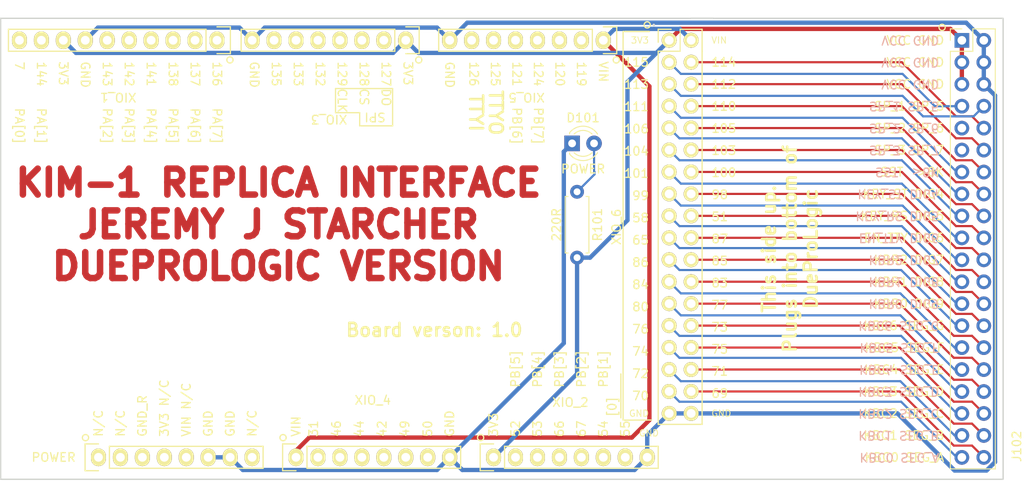
<source format=kicad_pcb>
(kicad_pcb (version 20211014) (generator pcbnew)
  (title_block (date "mar. 31 mars 2015"))
  (layers (0 "F.Cu" signal) (31 "B.Cu" signal) (34 "B.Paste" user) (35 "F.Paste" user) (36 "B.SilkS" user "B.Silkscreen") (37 "F.SilkS" user "F.Silkscreen") (38 "B.Mask" user) (39 "F.Mask" user) (44 "Edge.Cuts" user))
  (net 0 "")
  (net 19 "3V3")
  (net 39 "5V")
  (net 40 "GND")
  (net 41 "SPARE1")
  (net 42 "SPARE5")
  (net 43 "SPARE2")
  (net 44 "SPARE6")
  (net 45 "SPARE3")
  (net 46 "SPARE7")
  (net 47 "SST_KEY")
  (net 48 "EXP_RAM")
  (net 49 "ST_KEY")
  (net 50 "LED_DIG_4")
  (net 51 "RS_KEY")
  (net 52 "LED_DIG_5")
  (net 53 "ENABLE_TTY")
  (net 54 "LED_DIG_6")
  (net 55 "KB_ROW_2")
  (net 56 "LED_DIG_7")
  (net 57 "KB_ROW_1")
  (net 58 "LED_DIG_8")
  (net 59 "KB_ROW_0")
  (net 60 "LED_DIG_9")
  (net 61 "KB_COL_6")
  (net 62 "LED_SEG_6")
  (net 63 "KB_COL_5")
  (net 64 "LED_SEG_5")
  (net 65 "KB_COL_4")
  (net 66 "LED_SEG_4")
  (net 67 "KB_COL_3")
  (net 68 "LED_SEG_3")
  (net 69 "KB_COL_2")
  (net 70 "LED_SEG_2")
  (net 71 "KB_COL_1")
  (net 72 "LED_SEG_1")
  (net 73 "KB_COL_0")
  (net 74 "LED_SEG_0")
  (net 76 "Net-(D101-Pad2)")
  (footprint "Socket_Arduino_Mega:Socket_Strip_Arduino_1x08" (layer "F.Cu") (at 131.318 119.126)
    (fp_text reference "P2" hide)
    (fp_text value "Power" hide)
    (pad "1" thru_hole oval locked (at 0 0) (size 1.7272 2.032) (drill 1.016) (layers *.Cu *.Mask "F.SilkS"))
    (pad "2" thru_hole oval locked (at 2.54 0) (size 1.7272 2.032) (drill 1.016) (layers *.Cu *.Mask "F.SilkS"))
    (pad "3" thru_hole oval locked (at 5.08 0) (size 1.7272 2.032) (drill 1.016) (layers *.Cu *.Mask "F.SilkS"))
    (pad "4" thru_hole oval locked (at 7.62 0) (size 1.7272 2.032) (drill 1.016) (layers *.Cu *.Mask "F.SilkS"))
    (pad "5" thru_hole oval locked (at 10.16 0) (size 1.7272 2.032) (drill 1.016) (layers *.Cu *.Mask "F.SilkS"))
    (pad "6" thru_hole oval locked (at 12.7 0) (size 1.7272 2.032) (drill 1.016) (layers *.Cu *.Mask "F.SilkS") (net 40 "GND"))
    (pad "7" thru_hole oval locked (at 15.24 0) (size 1.7272 2.032) (drill 1.016) (layers *.Cu *.Mask "F.SilkS") (net 40 "GND"))
    (pad "8" thru_hole oval locked (at 17.78 0) (size 1.7272 2.032) (drill 1.016) (layers *.Cu *.Mask "F.SilkS"))
  )
  (footprint "Socket_Arduino_Mega:Socket_Strip_Arduino_1x08" (layer "F.Cu") (at 154.178 119.126)
    (fp_text reference "P3" hide)
    (fp_text value "XIO_4")
    (pad "1" thru_hole oval locked (at 0 0) (size 1.7272 2.032) (drill 1.016) (layers *.Cu *.Mask "F.SilkS") (net 39 "5V"))
    (pad "2" thru_hole oval locked (at 2.54 0) (size 1.7272 2.032) (drill 1.016) (layers *.Cu *.Mask "F.SilkS"))
    (pad "3" thru_hole oval locked (at 5.08 0) (size 1.7272 2.032) (drill 1.016) (layers *.Cu *.Mask "F.SilkS"))
    (pad "4" thru_hole oval locked (at 7.62 0) (size 1.7272 2.032) (drill 1.016) (layers *.Cu *.Mask "F.SilkS"))
    (pad "5" thru_hole oval locked (at 10.16 0) (size 1.7272 2.032) (drill 1.016) (layers *.Cu *.Mask "F.SilkS"))
    (pad "6" thru_hole oval locked (at 12.7 0) (size 1.7272 2.032) (drill 1.016) (layers *.Cu *.Mask "F.SilkS"))
    (pad "7" thru_hole oval locked (at 15.24 0) (size 1.7272 2.032) (drill 1.016) (layers *.Cu *.Mask "F.SilkS"))
    (pad "8" thru_hole oval locked (at 17.78 0) (size 1.7272 2.032) (drill 1.016) (layers *.Cu *.Mask "F.SilkS") (net 40 "GND"))
  )
  (footprint "Socket_Arduino_Mega:Socket_Strip_Arduino_1x08" (layer "F.Cu") (at 177.038 119.126)
    (fp_text reference "P4" hide)
    (fp_text value "XIO_2")
    (pad "1" thru_hole oval locked (at 0 0) (size 1.7272 2.032) (drill 1.016) (layers *.Cu *.Mask "F.SilkS") (net 19 "3V3"))
    (pad "2" thru_hole oval locked (at 2.54 0) (size 1.7272 2.032) (drill 1.016) (layers *.Cu *.Mask "F.SilkS"))
    (pad "3" thru_hole oval locked (at 5.08 0) (size 1.7272 2.032) (drill 1.016) (layers *.Cu *.Mask "F.SilkS"))
    (pad "4" thru_hole oval locked (at 7.62 0) (size 1.7272 2.032) (drill 1.016) (layers *.Cu *.Mask "F.SilkS"))
    (pad "5" thru_hole oval locked (at 10.16 0) (size 1.7272 2.032) (drill 1.016) (layers *.Cu *.Mask "F.SilkS"))
    (pad "6" thru_hole oval locked (at 12.7 0) (size 1.7272 2.032) (drill 1.016) (layers *.Cu *.Mask "F.SilkS"))
    (pad "7" thru_hole oval locked (at 15.24 0) (size 1.7272 2.032) (drill 1.016) (layers *.Cu *.Mask "F.SilkS"))
    (pad "8" thru_hole oval locked (at 17.78 0) (size 1.7272 2.032) (drill 1.016) (layers *.Cu *.Mask "F.SilkS") (net 40 "GND"))
  )
  (footprint "Socket_Arduino_Mega:Socket_Strip_Arduino_1x10" (layer "F.Cu") (at 145.034 70.866 180)
    (fp_text reference "P5" hide)
    (fp_text value "XIO_1" hide)
    (pad "1" thru_hole oval locked (at 0 0 180) (size 1.7272 2.032) (drill 1.016) (layers *.Cu *.Mask "F.SilkS"))
    (pad "2" thru_hole oval locked (at 2.54 0 180) (size 1.7272 2.032) (drill 1.016) (layers *.Cu *.Mask "F.SilkS"))
    (pad "3" thru_hole oval locked (at 5.08 0 180) (size 1.7272 2.032) (drill 1.016) (layers *.Cu *.Mask "F.SilkS"))
    (pad "4" thru_hole oval locked (at 7.62 0 180) (size 1.7272 2.032) (drill 1.016) (layers *.Cu *.Mask "F.SilkS"))
    (pad "5" thru_hole oval locked (at 10.16 0 180) (size 1.7272 2.032) (drill 1.016) (layers *.Cu *.Mask "F.SilkS"))
    (pad "6" thru_hole oval locked (at 12.7 0 180) (size 1.7272 2.032) (drill 1.016) (layers *.Cu *.Mask "F.SilkS"))
    (pad "7" thru_hole oval locked (at 15.24 0 180) (size 1.7272 2.032) (drill 1.016) (layers *.Cu *.Mask "F.SilkS") (net 40 "GND"))
    (pad "8" thru_hole oval locked (at 17.78 0 180) (size 1.7272 2.032) (drill 1.016) (layers *.Cu *.Mask "F.SilkS") (net 19 "3V3"))
    (pad "9" thru_hole oval locked (at 20.32 0 180) (size 1.7272 2.032) (drill 1.016) (layers *.Cu *.Mask "F.SilkS"))
    (pad "10" thru_hole oval locked (at 22.86 0 180) (size 1.7272 2.032) (drill 1.016) (layers *.Cu *.Mask "F.SilkS"))
  )
  (footprint "Socket_Arduino_Mega:Socket_Strip_Arduino_1x08" (layer "F.Cu") (at 166.878 70.866 180)
    (fp_text reference "P6" hide)
    (fp_text value "XIO_3" hide)
    (pad "1" thru_hole oval locked (at 0 0 180) (size 1.7272 2.032) (drill 1.016) (layers *.Cu *.Mask "F.SilkS") (net 19 "3V3"))
    (pad "2" thru_hole oval locked (at 2.54 0 180) (size 1.7272 2.032) (drill 1.016) (layers *.Cu *.Mask "F.SilkS"))
    (pad "3" thru_hole oval locked (at 5.08 0 180) (size 1.7272 2.032) (drill 1.016) (layers *.Cu *.Mask "F.SilkS"))
    (pad "4" thru_hole oval locked (at 7.62 0 180) (size 1.7272 2.032) (drill 1.016) (layers *.Cu *.Mask "F.SilkS"))
    (pad "5" thru_hole oval locked (at 10.16 0 180) (size 1.7272 2.032) (drill 1.016) (layers *.Cu *.Mask "F.SilkS"))
    (pad "6" thru_hole oval locked (at 12.7 0 180) (size 1.7272 2.032) (drill 1.016) (layers *.Cu *.Mask "F.SilkS"))
    (pad "7" thru_hole oval locked (at 15.24 0 180) (size 1.7272 2.032) (drill 1.016) (layers *.Cu *.Mask "F.SilkS"))
    (pad "8" thru_hole oval locked (at 17.78 0 180) (size 1.7272 2.032) (drill 1.016) (layers *.Cu *.Mask "F.SilkS") (net 40 "GND"))
  )
  (footprint "Socket_Arduino_Mega:Socket_Strip_Arduino_1x08" (layer "F.Cu") (at 189.738 70.866 180)
    (fp_text reference "P7" hide)
    (fp_text value "XIO_5")
    (pad "1" thru_hole oval locked (at 0 0 180) (size 1.7272 2.032) (drill 1.016) (layers *.Cu *.Mask "F.SilkS") (net 39 "5V"))
    (pad "2" thru_hole oval locked (at 2.54 0 180) (size 1.7272 2.032) (drill 1.016) (layers *.Cu *.Mask "F.SilkS"))
    (pad "3" thru_hole oval locked (at 5.08 0 180) (size 1.7272 2.032) (drill 1.016) (layers *.Cu *.Mask "F.SilkS"))
    (pad "4" thru_hole oval locked (at 7.62 0 180) (size 1.7272 2.032) (drill 1.016) (layers *.Cu *.Mask "F.SilkS"))
    (pad "5" thru_hole oval locked (at 10.16 0 180) (size 1.7272 2.032) (drill 1.016) (layers *.Cu *.Mask "F.SilkS"))
    (pad "6" thru_hole oval locked (at 12.7 0 180) (size 1.7272 2.032) (drill 1.016) (layers *.Cu *.Mask "F.SilkS"))
    (pad "7" thru_hole oval locked (at 15.24 0 180) (size 1.7272 2.032) (drill 1.016) (layers *.Cu *.Mask "F.SilkS"))
    (pad "8" thru_hole oval locked (at 17.78 0 180) (size 1.7272 2.032) (drill 1.016) (layers *.Cu *.Mask "F.SilkS") (net 40 "GND"))
  )
  (footprint "Socket_Arduino_Mega:EarthPeople" (layer "F.Cu") (at 197.358 70.866)
    (fp_text reference "J101")
    (fp_text value "Conn_02x18_Odd_Even" hide)
    (pad "1" thru_hole oval locked (at 0 0 270) (size 1.7272 1.7272) (drill 1.016) (layers *.Cu *.Mask "F.SilkS") (net 19 "3V3"))
    (pad "2" thru_hole circle locked (at 2.54 0 270) (size 1.7272 1.7272) (drill 1.016) (layers *.Cu *.Mask "F.SilkS") (net 39 "5V"))
    (pad "3" thru_hole oval locked (at 0 2.54 270) (size 1.7272 1.7272) (drill 1.016) (layers *.Cu *.Mask "F.SilkS") (net 41 "SPARE1"))
    (pad "4" thru_hole oval locked (at 2.54 2.54 270) (size 1.7272 1.7272) (drill 1.016) (layers *.Cu *.Mask "F.SilkS") (net 44 "SPARE6"))
    (pad "5" thru_hole oval locked (at 0 5.08 270) (size 1.7272 1.7272) (drill 1.016) (layers *.Cu *.Mask "F.SilkS") (net 42 "SPARE5"))
    (pad "6" thru_hole oval locked (at 2.54 5.08 270) (size 1.7272 1.7272) (drill 1.016) (layers *.Cu *.Mask "F.SilkS") (net 46 "SPARE7"))
    (pad "7" thru_hole oval locked (at 0 7.62 270) (size 1.7272 1.7272) (drill 1.016) (layers *.Cu *.Mask "F.SilkS") (net 47 "SST_KEY"))
    (pad "8" thru_hole oval locked (at 2.54 7.62 270) (size 1.7272 1.7272) (drill 1.016) (layers *.Cu *.Mask "F.SilkS") (net 48 "EXP_RAM"))
    (pad "9" thru_hole oval locked (at 0 10.16 270) (size 1.7272 1.7272) (drill 1.016) (layers *.Cu *.Mask "F.SilkS") (net 49 "ST_KEY"))
    (pad "10" thru_hole oval locked (at 2.54 10.16 270) (size 1.7272 1.7272) (drill 1.016) (layers *.Cu *.Mask "F.SilkS") (net 50 "LED_DIG_4"))
    (pad "11" thru_hole oval locked (at 0 12.7 270) (size 1.7272 1.7272) (drill 1.016) (layers *.Cu *.Mask "F.SilkS") (net 51 "RS_KEY"))
    (pad "12" thru_hole oval locked (at 2.54 12.7 270) (size 1.7272 1.7272) (drill 1.016) (layers *.Cu *.Mask "F.SilkS") (net 52 "LED_DIG_5"))
    (pad "13" thru_hole oval locked (at 0 15.24 270) (size 1.7272 1.7272) (drill 1.016) (layers *.Cu *.Mask "F.SilkS") (net 53 "ENABLE_TTY"))
    (pad "14" thru_hole oval locked (at 2.54 15.24 270) (size 1.7272 1.7272) (drill 1.016) (layers *.Cu *.Mask "F.SilkS") (net 54 "LED_DIG_6"))
    (pad "15" thru_hole oval locked (at 0 17.78 270) (size 1.7272 1.7272) (drill 1.016) (layers *.Cu *.Mask "F.SilkS") (net 55 "KB_ROW_2"))
    (pad "16" thru_hole oval locked (at 2.54 17.78 270) (size 1.7272 1.7272) (drill 1.016) (layers *.Cu *.Mask "F.SilkS") (net 56 "LED_DIG_7"))
    (pad "17" thru_hole oval locked (at 0 20.32 270) (size 1.7272 1.7272) (drill 1.016) (layers *.Cu *.Mask "F.SilkS") (net 57 "KB_ROW_1"))
    (pad "18" thru_hole oval locked (at 2.54 20.32 270) (size 1.7272 1.7272) (drill 1.016) (layers *.Cu *.Mask "F.SilkS") (net 58 "LED_DIG_8"))
    (pad "19" thru_hole oval locked (at 0 22.86 270) (size 1.7272 1.7272) (drill 1.016) (layers *.Cu *.Mask "F.SilkS") (net 59 "KB_ROW_0"))
    (pad "20" thru_hole oval locked (at 2.54 22.86 270) (size 1.7272 1.7272) (drill 1.016) (layers *.Cu *.Mask "F.SilkS") (net 60 "LED_DIG_9"))
    (pad "21" thru_hole oval locked (at 0 25.4 270) (size 1.7272 1.7272) (drill 1.016) (layers *.Cu *.Mask "F.SilkS") (net 61 "KB_COL_6"))
    (pad "22" thru_hole oval locked (at 2.54 25.4 270) (size 1.7272 1.7272) (drill 1.016) (layers *.Cu *.Mask "F.SilkS") (net 62 "LED_SEG_6"))
    (pad "23" thru_hole oval locked (at 0 27.94 270) (size 1.7272 1.7272) (drill 1.016) (layers *.Cu *.Mask "F.SilkS") (net 63 "KB_COL_5"))
    (pad "24" thru_hole oval locked (at 2.54 27.94 270) (size 1.7272 1.7272) (drill 1.016) (layers *.Cu *.Mask "F.SilkS") (net 64 "LED_SEG_5"))
    (pad "25" thru_hole oval locked (at 0 30.48 270) (size 1.7272 1.7272) (drill 1.016) (layers *.Cu *.Mask "F.SilkS") (net 65 "KB_COL_4"))
    (pad "26" thru_hole oval locked (at 2.54 30.48 270) (size 1.7272 1.7272) (drill 1.016) (layers *.Cu *.Mask "F.SilkS") (net 66 "LED_SEG_4"))
    (pad "27" thru_hole oval locked (at 0 33.02 270) (size 1.7272 1.7272) (drill 1.016) (layers *.Cu *.Mask "F.SilkS") (net 67 "KB_COL_3"))
    (pad "28" thru_hole oval locked (at 2.54 33.02 270) (size 1.7272 1.7272) (drill 1.016) (layers *.Cu *.Mask "F.SilkS") (net 68 "LED_SEG_3"))
    (pad "29" thru_hole oval locked (at 0 35.56 270) (size 1.7272 1.7272) (drill 1.016) (layers *.Cu *.Mask "F.SilkS") (net 69 "KB_COL_2"))
    (pad "30" thru_hole oval locked (at 2.54 35.56 270) (size 1.7272 1.7272) (drill 1.016) (layers *.Cu *.Mask "F.SilkS") (net 70 "LED_SEG_2"))
    (pad "31" thru_hole oval locked (at 0 38.1 270) (size 1.7272 1.7272) (drill 1.016) (layers *.Cu *.Mask "F.SilkS") (net 71 "KB_COL_1"))
    (pad "32" thru_hole oval locked (at 2.54 38.1 270) (size 1.7272 1.7272) (drill 1.016) (layers *.Cu *.Mask "F.SilkS") (net 72 "LED_SEG_1"))
    (pad "33" thru_hole oval locked (at 0 40.64 270) (size 1.7272 1.7272) (drill 1.016) (layers *.Cu *.Mask "F.SilkS") (net 73 "KB_COL_0"))
    (pad "34" thru_hole oval locked (at 2.54 40.64 270) (size 1.7272 1.7272) (drill 1.016) (layers *.Cu *.Mask "F.SilkS") (net 74 "LED_SEG_0"))
    (pad "35" thru_hole oval locked (at 0 43.18 270) (size 1.7272 1.7272) (drill 1.016) (layers *.Cu *.Mask "F.SilkS") (net 40 "GND"))
    (pad "36" thru_hole oval locked (at 2.54 43.18 270) (size 1.7272 1.7272) (drill 1.016) (layers *.Cu *.Mask "F.SilkS") (net 40 "GND"))
  )
  (footprint "Resistor_THT:R_Axial_DIN0207_L6.3mm_D2.5mm_P7.62mm_Horizontal" (layer "F.Cu") (at 186.7 88.4 -90)
    (fp_text reference "R101" (at 3.81 -2.37 90) (layer "F.SilkS"))
    (fp_text value "220R" (at 3.81 2.37 90) (layer "F.SilkS"))
    (pad "1" thru_hole circle locked (at 0 0 270) (size 1.6 1.6) (drill 0.8) (layers *.Cu *.Mask) (net 76 "Net-(D101-Pad2)"))
    (pad "2" thru_hole oval locked (at 7.62 0 270) (size 1.6 1.6) (drill 0.8) (layers *.Cu *.Mask) (net 19 "3V3"))
  )
  (footprint "LED_THT:LED_D3.0mm_Clear" (layer "F.Cu") (at 186.125 82.8)
    (fp_text reference "D101" (at 1.27 -2.96) (layer "F.SilkS"))
    (fp_text value "POWER" (at 1.27 2.96) (layer "F.SilkS"))
    (pad "1" thru_hole rect locked (at 0 0) (size 1.8 1.8) (drill 0.9) (layers *.Cu *.Mask) (net 40 "GND"))
    (pad "2" thru_hole circle locked (at 2.54 0) (size 1.8 1.8) (drill 0.9) (layers *.Cu *.Mask) (net 76 "Net-(D101-Pad2)"))
  )
  (footprint "kim:connector" (layer "F.Cu") (at 231.225 70.875 90)
    (fp_text reference "J102" (at -46.985 6.355 90 unlocked) (layer "F.SilkS"))
    (fp_text value "Conn_02x20_Odd_Even")
    (fp_text user "SP_3 SP_7" (at -12.7 -2.54 180 unlocked) (layer "B.SilkS") (effects (justify right mirror)))
    (fp_text user "VCC GND" (at -2.54 -2.54 180 unlocked) (layer "B.SilkS") (effects (justify right mirror)))
    (fp_text user "KEY_ST DIG4" (at -17.78 -2.54 180 unlocked) (layer "B.SilkS") (effects (justify right mirror)))
    (fp_text user "KBC5 SEG_F" (at -35.56 -2.54 180 unlocked) (layer "B.SilkS") (effects (justify right mirror)))
    (fp_text user "SST  >8K" (at -15.24 -2.54 180 unlocked) (layer "B.SilkS") (effects (justify right mirror)))
    (fp_text user "KBR1 DIG8" (at -27.94 -2.54 180 unlocked) (layer "B.SilkS") (effects (justify right mirror)))
    (fp_text user "KBC0 SEG_A" (at -48.26 -2.54 180 unlocked) (layer "B.SilkS") (effects (justify right mirror)))
    (fp_text user "KBC1 SEG_B" (at -45.72 -2.54 180 unlocked) (layer "B.SilkS") (effects (justify right mirror)))
    (fp_text user "KBC6 SEG_G" (at -33.02 -2.54 180 unlocked) (layer "B.SilkS") (effects (justify right mirror)))
    (fp_text user "SP_2 SP_6" (at -10.16 -2.54 180 unlocked) (layer "B.SilkS") (effects (justify right mirror)))
    (fp_text user "KBR0 DIG9" (at -30.48 -2.54 180 unlocked) (layer "B.SilkS") (effects (justify right mirror)))
    (fp_text user "EN_TTY DIG6" (at -22.86 -2.54 180 unlocked) (layer "B.SilkS") (effects (justify right mirror)))
    (fp_text user "KEY_RS DIG5" (at -20.32 -2.54 180 unlocked) (layer "B.SilkS") (effects (justify right mirror)))
    (fp_text user "KBC2 SEG_C" (at -43.18 -2.54 180 unlocked) (layer "B.SilkS") (effects (justify right mirror)))
    (fp_text user "KBR2 DIG7" (at -25.4 -2.54 180 unlocked) (layer "B.SilkS") (effects (justify right mirror)))
    (fp_text user "VCC GND" (at -5.08 -2.54 180 unlocked) (layer "B.SilkS") (effects (justify right mirror)))
    (fp_text user "KBC4 SEG_E" (at -38.1 -2.54 180 unlocked) (layer "B.SilkS") (effects (justify right mirror)))
    (fp_text user "SP_1 SP_5" (at -7.62 -2.54 180 unlocked) (layer "B.SilkS") (effects (justify right mirror)))
    (fp_text user "KBC3 SEG_D" (at -40.64 -2.54 180 unlocked) (layer "B.SilkS") (effects (justify right mirror)))
    (fp_text user "VCC GND" (at 0 -2.54 180 unlocked) (layer "B.SilkS") (effects (justify right mirror)))
    (fp_text user "KBC3 SEG_D" (at -40.64 -1.95 unlocked) (layer "F.SilkS") (effects (justify right)))
    (fp_text user "KBR2 DIG7" (at -25.4 -1.95 unlocked) (layer "F.SilkS") (effects (justify right)))
    (fp_text user "KBC2 SEG_C" (at -43.18 -1.95 unlocked) (layer "F.SilkS") (effects (justify right)))
    (fp_text user "KBC6 SEG_G" (at -33.02 -1.95 unlocked) (layer "F.SilkS") (effects (justify right)))
    (fp_text user "KBC5 SEG_F" (at -35.56 -1.95 unlocked) (layer "F.SilkS") (effects (justify right)))
    (fp_text user "KBC0 SEG_A" (at -48.26 -1.95 unlocked) (layer "F.SilkS") (effects (justify right)))
    (fp_text user "KBC4 SEG_E" (at -38.1 -1.95 unlocked) (layer "F.SilkS") (effects (justify right)))
    (fp_text user "SP_3 SP_7" (at -12.7 -1.95 unlocked) (layer "F.SilkS") (effects (justify right)))
    (fp_text user "VCC GND" (at 0 -1.95 unlocked) (layer "F.SilkS") (effects (justify right)))
    (fp_text user "VCC GND" (at -5.08 -1.95 unlocked) (layer "F.SilkS") (effects (justify right)))
    (fp_text user "SP_1 SP_5" (at -7.62 -1.95 unlocked) (layer "F.SilkS") (effects (justify right)))
    (fp_text user "KEY_RS DIG5" (at -20.32 -1.95 unlocked) (layer "F.SilkS") (effects (justify right)))
    (fp_text user "KBR0 DIG9" (at -30.48 -1.95 unlocked) (layer "F.SilkS") (effects (justify right)))
    (fp_text user "EN_TTY DIG6" (at -22.86 -1.95 unlocked) (layer "F.SilkS") (effects (justify right)))
    (fp_text user "KBC1 SEG_B" (at -45.72 -1.95 unlocked) (layer "F.SilkS") (effects (justify right)))
    (fp_text user "KEY_ST DIG4" (at -17.78 -1.95 unlocked) (layer "F.SilkS") (effects (justify right)))
    (fp_text user "SP_2 SP_6" (at -10.16 -1.95 unlocked) (layer "F.SilkS") (effects (justify right)))
    (fp_text user "KBR1 DIG8" (at -27.94 -1.95 unlocked) (layer "F.SilkS") (effects (justify right)))
    (fp_text user "SST  >8K" (at -15.24 -1.95 unlocked) (layer "F.SilkS") (effects (justify right)))
    (fp_text user "VCC GND" (at -2.54 -1.95 unlocked) (layer "F.SilkS") (effects (justify right)))
    (pad "1" thru_hole rect locked (at 0 0) (size 1.7 1.7) (drill 1) (layers *.Cu *.Mask) (net 19 "3V3"))
    (pad "2" thru_hole oval locked (at 0 2.54) (size 1.7 1.7) (drill 1) (layers *.Cu *.Mask) (net 40 "GND"))
    (pad "3" thru_hole oval locked (at -2.54 0) (size 1.7 1.7) (drill 1) (layers *.Cu *.Mask) (net 19 "3V3"))
    (pad "4" thru_hole oval locked (at -2.54 2.54) (size 1.7 1.7) (drill 1) (layers *.Cu *.Mask) (net 40 "GND"))
    (pad "5" thru_hole oval locked (at -5.08 0) (size 1.7 1.7) (drill 1) (layers *.Cu *.Mask) (net 19 "3V3"))
    (pad "6" thru_hole oval locked (at -5.08 2.54) (size 1.7 1.7) (drill 1) (layers *.Cu *.Mask) (net 40 "GND"))
    (pad "7" thru_hole oval locked (at -7.62 0) (size 1.7 1.7) (drill 1) (layers *.Cu *.Mask) (net 41 "SPARE1"))
    (pad "8" thru_hole oval locked (at -7.62 2.54) (size 1.7 1.7) (drill 1) (layers *.Cu *.Mask) (net 42 "SPARE5"))
    (pad "9" thru_hole oval locked (at -10.16 0) (size 1.7 1.7) (drill 1) (layers *.Cu *.Mask) (net 43 "SPARE2"))
    (pad "10" thru_hole oval locked (at -10.16 2.54) (size 1.7 1.7) (drill 1) (layers *.Cu *.Mask) (net 44 "SPARE6"))
    (pad "11" thru_hole oval locked (at -12.7 0) (size 1.7 1.7) (drill 1) (layers *.Cu *.Mask) (net 45 "SPARE3"))
    (pad "12" thru_hole oval locked (at -12.7 2.54) (size 1.7 1.7) (drill 1) (layers *.Cu *.Mask) (net 46 "SPARE7"))
    (pad "13" thru_hole oval locked (at -15.24 0) (size 1.7 1.7) (drill 1) (layers *.Cu *.Mask) (net 47 "SST_KEY"))
    (pad "14" thru_hole oval locked (at -15.24 2.54) (size 1.7 1.7) (drill 1) (layers *.Cu *.Mask) (net 48 "EXP_RAM"))
    (pad "15" thru_hole oval locked (at -17.78 0) (size 1.7 1.7) (drill 1) (layers *.Cu *.Mask) (net 49 "ST_KEY"))
    (pad "16" thru_hole oval locked (at -17.78 2.54) (size 1.7 1.7) (drill 1) (layers *.Cu *.Mask) (net 50 "LED_DIG_4"))
    (pad "17" thru_hole oval locked (at -20.32 0) (size 1.7 1.7) (drill 1) (layers *.Cu *.Mask) (net 51 "RS_KEY"))
    (pad "18" thru_hole oval locked (at -20.32 2.54) (size 1.7 1.7) (drill 1) (layers *.Cu *.Mask) (net 52 "LED_DIG_5"))
    (pad "19" thru_hole oval locked (at -22.86 0) (size 1.7 1.7) (drill 1) (layers *.Cu *.Mask) (net 53 "ENABLE_TTY"))
    (pad "20" thru_hole oval locked (at -22.86 2.54) (size 1.7 1.7) (drill 1) (layers *.Cu *.Mask) (net 54 "LED_DIG_6"))
    (pad "21" thru_hole oval locked (at -25.4 0) (size 1.7 1.7) (drill 1) (layers *.Cu *.Mask) (net 55 "KB_ROW_2"))
    (pad "22" thru_hole oval locked (at -25.4 2.54) (size 1.7 1.7) (drill 1) (layers *.Cu *.Mask) (net 56 "LED_DIG_7"))
    (pad "23" thru_hole oval locked (at -27.94 0) (size 1.7 1.7) (drill 1) (layers *.Cu *.Mask) (net 57 "KB_ROW_1"))
    (pad "24" thru_hole oval locked (at -27.94 2.54) (size 1.7 1.7) (drill 1) (layers *.Cu *.Mask) (net 58 "LED_DIG_8"))
    (pad "25" thru_hole oval locked (at -30.48 0) (size 1.7 1.7) (drill 1) (layers *.Cu *.Mask) (net 59 "KB_ROW_0"))
    (pad "26" thru_hole oval locked (at -30.48 2.54) (size 1.7 1.7) (drill 1) (layers *.Cu *.Mask) (net 60 "LED_DIG_9"))
    (pad "27" thru_hole oval locked (at -33.02 0) (size 1.7 1.7) (drill 1) (layers *.Cu *.Mask) (net 61 "KB_COL_6"))
    (pad "28" thru_hole oval locked (at -33.02 2.54) (size 1.7 1.7) (drill 1) (layers *.Cu *.Mask) (net 62 "LED_SEG_6"))
    (pad "29" thru_hole oval locked (at -35.56 0) (size 1.7 1.7) (drill 1) (layers *.Cu *.Mask) (net 63 "KB_COL_5"))
    (pad "30" thru_hole oval locked (at -35.56 2.54) (size 1.7 1.7) (drill 1) (layers *.Cu *.Mask) (net 64 "LED_SEG_5"))
    (pad "31" thru_hole oval locked (at -38.1 0) (size 1.7 1.7) (drill 1) (layers *.Cu *.Mask) (net 65 "KB_COL_4"))
    (pad "32" thru_hole oval locked (at -38.1 2.54) (size 1.7 1.7) (drill 1) (layers *.Cu *.Mask) (net 66 "LED_SEG_4"))
    (pad "33" thru_hole oval locked (at -40.64 0) (size 1.7 1.7) (drill 1) (layers *.Cu *.Mask) (net 67 "KB_COL_3"))
    (pad "34" thru_hole oval locked (at -40.64 2.54) (size 1.7 1.7) (drill 1) (layers *.Cu *.Mask) (net 68 "LED_SEG_3"))
    (pad "35" thru_hole oval locked (at -43.18 0) (size 1.7 1.7) (drill 1) (layers *.Cu *.Mask) (net 69 "KB_COL_2"))
    (pad "36" thru_hole oval locked (at -43.18 2.54) (size 1.7 1.7) (drill 1) (layers *.Cu *.Mask) (net 70 "LED_SEG_2"))
    (pad "37" thru_hole oval locked (at -45.72 0) (size 1.7 1.7) (drill 1) (layers *.Cu *.Mask) (net 71 "KB_COL_1"))
    (pad "38" thru_hole oval locked (at -45.72 2.54) (size 1.7 1.7) (drill 1) (layers *.Cu *.Mask) (net 72 "LED_SEG_1"))
    (pad "39" thru_hole oval locked (at -48.26 0) (size 1.7 1.7) (drill 1) (layers *.Cu *.Mask) (net 73 "KB_COL_0"))
    (pad "40" thru_hole oval locked (at -48.26 2.54) (size 1.7 1.7) (drill 1) (layers *.Cu *.Mask) (net 74 "LED_SEG_0"))
  )
  (gr_circle locked (center 194.818 69.088) (end 195.072 69.342) (layer "F.SilkS") (width 0.15) (fill none))
  (gr_line (start 158.75 79.248) (end 161.544 79.248) (layer "F.SilkS") (width 0.15))
  (gr_line locked (start 192.024 114.808) (end 192.278 114.824) (layer "F.SilkS") (width 0.15))
  (gr_line locked (start 192.278 69.85) (end 192.024 69.85) (layer "F.SilkS") (width 0.15))
  (gr_circle locked (center 146.534 73.144) (end 146.89321 73.144) (layer "F.SilkS") (width 0.15) (fill none))
  (gr_circle locked (center 228.939 69.375) (end 229.29821 69.375) (layer "F.SilkS") (width 0.15) (fill none))
  (gr_circle locked (center 168.378 73.144) (end 168.73721 73.144) (layer "F.SilkS") (width 0.15) (fill none))
  (gr_circle locked (center 152.678 116.848) (end 153.03721 116.848) (layer "F.SilkS") (width 0.15) (fill none))
  (gr_circle locked (center 191.238 73.144) (end 191.59721 73.144) (layer "F.SilkS") (width 0.15) (fill none))
  (gr_line locked (start 192.278 114.824) (end 195.326 114.808) (layer "F.SilkS") (width 0.15))
  (gr_line (start 165.354 76.454) (end 158.75 76.454) (layer "F.SilkS") (width 0.15))
  (gr_circle locked (center 129.818 116.848) (end 130.17721 116.848) (layer "F.SilkS") (width 0.15) (fill none))
  (gr_line locked (start 192.278 69.85) (end 195.072 69.85) (layer "F.SilkS") (width 0.15))
  (gr_line locked (start 192.024 69.85) (end 192.024 70.612) (layer "F.SilkS") (width 0.15))
  (gr_line (start 161.544 79.248) (end 161.544 80.772) (layer "F.SilkS") (width 0.15))
  (gr_line locked (start 195.072 69.85) (end 192.278 69.85) (layer "F.SilkS") (width 0.15))
  (gr_circle locked (center 175.538 116.848) (end 175.89721 116.848) (layer "F.SilkS") (width 0.15) (fill none))
  (gr_line (start 165.354 80.772) (end 165.354 76.454) (layer "F.SilkS") (width 0.15))
  (gr_line (start 158.75 76.454) (end 158.75 79.248) (layer "F.SilkS") (width 0.15))
  (gr_line (start 161.544 80.772) (end 165.354 80.772) (layer "F.SilkS") (width 0.15))
  (gr_line locked (start 192.024 70.326) (end 192.024 114.808) (layer "F.SilkS") (width 0.15))
  (gr_line (start 191.77 109.474) (end 191.77 114.554) (layer "F.SilkS") (width 0.15))
  (gr_circle locked (center 195.58 69.088) (end 195.58 69.088) (layer "Edge.Cuts") (width 0.15) (fill none))
  (gr_line locked (start 202.438 68.326) (end 199.898 68.326) (layer "Edge.Cuts") (width 0.15))
  (gr_rect locked (start 236 121.666) (end 120 68.326) (layer "Edge.Cuts") (width 0.15) (fill none))
  (gr_text "KIM-1 REPLICA INTERFACE\nJEREMY J STARCHER\nDUEPROLOGIC VERSION\n" (at 152.146 92.202) (layer "F.Cu") (effects (font (size 3 3) (thickness 0.75))))
  (gr_text "XIO_5" (at 180.858 77.47 180) (layer "F.SilkS") (effects (font (size 1 1))))
  (gr_text "N/C\n" (at 131.318 116.84 90) (layer "F.SilkS") (effects (font (size 1 1)) (justify left)))
  (gr_text "132" (at 156.972 74.771238 270) (layer "F.SilkS") (effects (font (size 1 1))))
  (gr_text "PB[3]" (at 184.658 108.901857 90) (layer "F.SilkS") (effects (font (size 1 1))))
  (gr_text "137" (at 142.494 74.771238 270) (layer "F.SilkS") (effects (font (size 1 1))))
  (gr_text "PB[6]" (at 179.7304 80.772 270) (layer "F.SilkS") (effects (font (size 1 1))))
  (gr_text "85" (at 203.211381 96.400289) (layer "F.SilkS") (effects (font (size 1 1))))
  (gr_text "GND_R" (at 136.398 116.84 90) (layer "F.SilkS") (effects (font (size 1 1)) (justify left)))
  (gr_text "115" (at 193.568428 73.406) (layer "F.SilkS") (effects (font (size 1 1))))
  (gr_text "73" (at 203.211381 104.065052) (layer "F.SilkS") (effects (font (size 1 1))))
  (gr_text "141" (at 137.414 74.771238 270) (layer "F.SilkS") (effects (font (size 1 1))))
  (gr_text "PB[4]" (at 182.118 108.901857 90) (layer "F.SilkS") (effects (font (size 1 1))))
  (gr_text "55" (at 192.278 115.812619 90) (layer "F.SilkS") (effects (font (size 1 1))))
  (gr_text "PA[7]" (at 145.034 80.772 270) (layer "F.SilkS") (effects (font (size 1 1))))
  (gr_text "75" (at 203.211381 106.619973) (layer "F.SilkS") (effects (font (size 1 1))))
  (gr_text "PB[2]" (at 187.198 108.901857 90) (layer "F.SilkS") (effects (font (size 1 1))))
  (gr_text "72" (at 194.044619 109.440124) (layer "F.SilkS") (effects (font (size 1 1))))
  (gr_text "69" (at 203.211381 111.729815) (layer "F.SilkS") (effects (font (size 1 1))))
  (gr_text "XIO_3" (at 157.998 80.01 180) (layer "F.SilkS") (effects (font (size 1 1))))
  (gr_text "POWER" (at 128.778 119.126) (layer "F.SilkS") (effects (font (size 1 1)) (justify right)))
  (gr_text "VIN\n" (at 189.738 75.798619 270) (layer "F.SilkS") (effects (font (size 1 1)) (justify right)))
  (gr_text "GND\n" (at 195.072 114.046) (layer "F.SilkS") (effects (font (size 0.75 0.75) (thickness 0.1)) (justify right)))
  (gr_text "104" (at 193.568428 83.701464) (layer "F.SilkS") (effects (font (size 1 1))))
  (gr_text "N/C\n" (at 133.858 116.84 90) (layer "F.SilkS") (effects (font (size 1 1)) (justify left)))
  (gr_text "PA[0]" (at 122.174 80.772 270) (layer "F.SilkS") (effects (font (size 1 1))))
  (gr_text "83" (at 203.211381 98.95521) (layer "F.SilkS") (effects (font (size 1 1))))
  (gr_text "3V3 N/C" (at 138.938 116.84 90) (layer "F.SilkS") (effects (font (size 1 1)) (justify left)))
  (gr_text "GND\n" (at 144.018 116.84 90) (layer "F.SilkS") (effects (font (size 1 1)) (justify left)))
  (gr_text "GND" (at 171.958 116.84 90) (layer "F.SilkS") (effects (font (size 1 1)) (justify left)))
  (gr_text "49" (at 166.7764 115.812619 90) (layer "F.SilkS") (effects (font (size 1 1))))
  (gr_text "PA[1]" (at 124.714 80.772 270) (layer "F.SilkS") (effects (font (size 1 1))))
  (gr_text "126" (at 174.752 74.771238 270) (layer "F.SilkS") (effects (font (size 1 1))))
  (gr_text "112" (at 203.687571 75.960921) (layer "F.SilkS") (effects (font (size 1 1))))
  (gr_text "DO" (at 164.592 77.47 270) (layer "F.SilkS") (effects (font (size 1 1))))
  (gr_text "VIN N/C" (at 141.478 116.84 90) (layer "F.SilkS") (effects (font (size 1 1)) (justify left)))
  (gr_text "135" (at 151.892 74.771238 270) (layer "F.SilkS") (effects (font (size 1 1))))
  (gr_text "This side up.\nPlugs into bottom of\nDueProLogic" (at 211.328 95.000001 90) (layer "F.SilkS") (effects (font (size 1.5 1.5) (thickness 0.3))))
  (gr_text "7" (at 122.174 73.818857 270) (layer "F.SilkS") (effects (font (size 1 1))))
  (gr_text "74" (at 194.044619 106.866258) (layer "F.SilkS") (effects (font (size 1 1))))
  (gr_text "PA[6]" (at 142.494 80.772 270) (layer "F.SilkS") (effects (font (size 1 1))))
  (gr_text "84" (at 194.044619 99.14466) (layer "F.SilkS") (effects (font (size 1 1))))
  (gr_text "51" (at 203.211381 91.290447) (layer "F.SilkS") (effects (font (size 1 1))))
  (gr_text "120" (at 184.7088 74.771238 270) (layer "F.SilkS") (effects (font (size 1 1))))
  (gr_text "PA[2]" (at 132.334 80.772 270) (layer "F.SilkS") (effects (font (size 1 1))))
  (gr_text "127" (at 164.592 74.771238 270) (layer "F.SilkS") (effects (font (size 1 1))))
  (gr_text "PB[1]" (at 189.738 108.901857 90) (layer "F.SilkS") (effects (font (size 1 1))))
  (gr_text "3V3" (at 177.038 116.84 90) (layer "F.SilkS") (effects (font (size 1 1)) (justify left)))
  (gr_text "52" (at 179.578 115.812619 90) (layer "F.SilkS") (effects (font (size 1 1))))
  (gr_text "119" (at 187.198 74.771238 270) (layer "F.SilkS") (effects (font (size 1 1))))
  (gr_text "PB[5]" (at 179.578 108.901857 90) (layer "F.SilkS") (effects (font (size 1 1))))
  (gr_text "GND" (at 171.958 74.866476 270) (layer "F.SilkS") (effects (font (size 1 1))))
  (gr_text "42" (at 164.1348 115.812619 90) (layer "F.SilkS") (effects (font (size 1 1))))
  (gr_text "98" (at 203.211381 88.735526) (layer "F.SilkS") (effects (font (size 1 1))))
  (gr_text "67" (at 187.198 115.812619 90) (layer "F.SilkS") (effects (font (size 1 1))))
  (gr_text "Board verson: 1.0" (at 170.18 104.394) (layer "F.SilkS") (effects (font (size 1.5 1.5) (thickness 0.3))))
  (gr_text "VIN" (at 202.184 70.866) (layer "F.SilkS") (effects (font (size 0.75 0.75) (thickness 0.1)) (justify left)))
  (gr_text "110" (at 203.687571 78.515842) (layer "F.SilkS") (effects (font (size 1 1))))
  (gr_text "136" (at 145.034 74.771238 270) (layer "F.SilkS") (effects (font (size 1 1))))
  (gr_text "TTYI" (at 175.006 79.248 270) (layer "F.SilkS") (effects (font (size 1.5 1.5) (thickness 0.3))))
  (gr_text "N/C\n" (at 149.098 116.84 90) (layer "F.SilkS") (effects (font (size 1 1)) (justify left)))
  (gr_text "XIO_1" (at 133.604 77.47 180) (layer "F.SilkS") (effects (font (size 1 1))))
  (gr_text "106" (at 193.568428 81.127598) (layer "F.SilkS") (effects (font (size 1 1))))
  (gr_text "66" (at 184.658 115.812619 90) (layer "F.SilkS") (effects (font (size 1 1))))
  (gr_text "3V3" (at 195.072 70.866) (layer "F.SilkS") (effects (font (size 0.75 0.75) (thickness 0.1)) (justify right)))
  (gr_text "XIO_6\n" (at 191.262 92.466 90) (layer "F.SilkS") (effects (font (size 1 1))))
  (gr_text "125" (at 177.2412 74.771238 270) (layer "F.SilkS") (effects (font (size 1 1))))
  (gr_text "3V3" (at 167.132 76.179572 270) (layer "F.SilkS") (effects (font (size 1 1)) (justify right)))
  (gr_text "133" (at 154.432 74.771238 270) (layer "F.SilkS") (effects (font (size 1 1))))
  (gr_text "121" (at 179.7304 74.771238 270) (layer "F.SilkS") (effects (font (size 1 1))))
  (gr_text "CLK\n" (at 159.512 77.850953 270) (layer "F.SilkS") (effects (font (size 1 1))))
  (gr_text "46" (at 158.8516 115.812619 90) (layer "F.SilkS") (effects (font (size 1 1))))
  (gr_text "53" (at 182.118 115.812619 90) (layer "F.SilkS") (effects (font (size 1 1))))
  (gr_text "87" (at 203.211381 93.845368) (layer "F.SilkS") (effects (font (size 1 1))))
  (gr_text "31" (at 156.21 115.812619 90) (layer "F.SilkS") (effects (font (size 1 1))))
  (gr_text "44" (at 161.4932 115.812619 90) (layer "F.SilkS") (effects (font (size 1 1))))
  (gr_text "128" (at 162.052 74.771238 270) (layer "F.SilkS") (effects (font (size 1 1))))
  (gr_text "58" (at 194.044619 91.423062) (layer "F.SilkS") (effects (font (size 1 1))))
  (gr_text "76" (at 194.044619 104.292392) (layer "F.SilkS") (effects (font (size 1 1))))
  (gr_text "80" (at 194.044619 101.718526) (layer "F.SilkS") (effects (font (size 1 1))))
  (gr_text "99" (at 194.044619 88.849196) (layer "F.SilkS") (effects (font (size 1 1))))
  (gr_text "CS\n" (at 162.052 77.422381 270) (layer "F.SilkS") (effects (font (size 1 1))))
  (gr_text "XIO_2" (at 185.928 112.776) (layer "F.SilkS") (effects (font (size 1 1))))
  (gr_text "XIO_4" (at 163.068 112.522) (layer "F.SilkS") (effects (font (size 1 1))))
  (gr_text "103" (at 203.687571 83.625684) (layer "F.SilkS") (effects (font (size 1 1))))
  (gr_text "3V3" (at 127.254 76.179572 270) (layer "F.SilkS") (effects (font (size 1 1)) (justify right)))
  (gr_text "GND" (at 193.802 116.332) (layer "F.SilkS") (effects (font (size 0.75 0.75) (thickness 0.1)) (justify left)))
  (gr_text "PA[4]" (at 137.414 80.772 270) (layer "F.SilkS") (effects (font (size 1 1))))
  (gr_text "GND" (at 149.352 76.465286 270) (layer "F.SilkS") (effects (font (size 1 1)) (justify right)))
  (gr_text "PA[5]" (at 139.954 80.772 270) (layer "F.SilkS") (effects (font (size 1 1))))
  (gr_text "100" (at 203.687571 86.180605) (layer "F.SilkS") (effects (font (size 1 1))))
  (gr_text "TTYO" (at 177.292 79.248 270) (layer "F.SilkS") (effects (font (size 1.5 1.5) (thickness 0.3))))
  (gr_text "138" (at 139.954 74.771238 270) (layer "F.SilkS") (effects (font (size 1 1))))
  (gr_text "77" (at 203.211381 101.510131) (layer "F.SilkS") (effects (font (size 1 1))))
  (gr_text "50" (at 169.418 115.812619 90) (layer "F.SilkS") (effects (font (size 1 1))))
  (gr_text "111" (at 193.568428 78.553732) (layer "F.SilkS") (effects (font (size 1 1))))
  (gr_text "105" (at 203.687571 81.070763) (layer "F.SilkS") (effects (font (size 1 1))))
  (gr_text "70" (at 194.044619 112.014) (layer "F.SilkS") (effects (font (size 1 1))))
  (gr_text "GND\n" (at 146.558 116.84 90) (layer "F.SilkS") (effects (font (size 1 1)) (justify left)))
  (gr_text "65" (at 194.044619 93.996928) (layer "F.SilkS") (effects (font (size 1 1))))
  (gr_text "114" (at 203.687571 73.406) (layer "F.SilkS") (effects (font (size 1 1))))
  (gr_text "54" (at 189.738 115.812619 90) (layer "F.SilkS") (effects (font (size 1 1))))
  (gr_text "GND\n" (at 129.794 76.465286 270) (layer "F.SilkS") (effects (font (size 1 1)) (justify right)))
  (gr_text "124" (at 182.2196 74.771238 270) (layer "F.SilkS") (effects (font (size 1 1))))
  (gr_text "GND" (at 202.184 114.046) (layer "F.SilkS") (effects (font (size 0.75 0.75) (thickness 0.1)) (justify left)))
  (gr_text "VIN" (at 154.178 116.84 90) (layer "F.SilkS") (effects (font (size 1 1)) (justify left)))
  (gr_text "101" (at 193.568428 86.27533) (layer "F.SilkS") (effects (font (size 1 1))))
  (gr_text "SPI" (at 163.322 79.756 180) (layer "F.SilkS") (effects (font (size 1 1))))
  (gr_text "86" (at 194.044619 96.570794) (layer "F.SilkS") (effects (font (size 1 1))))
  (gr_text "143" (at 132.334 74.771238 270) (layer "F.SilkS") (effects (font (size 1 1))))
  (gr_text "71" (at 203.211381 109.174894) (layer "F.SilkS") (effects (font (size 1 1))))
  (gr_text "PB[7]" (at 182.2196 80.772 270) (layer "F.SilkS") (effects (font (size 1 1))))
  (gr_text "PA[3]" (at 134.874 80.772 270) (layer "F.SilkS") (effects (font (size 1 1))))
  (gr_text "129" (at 159.512 74.771238 270) (layer "F.SilkS") (effects (font (size 1 1))))
  (gr_text "144" (at 124.714 74.771238 270) (layer "F.SilkS") (effects (font (size 1 1))))
  (gr_text "[0]" (at 190.754 113.284 90) (layer "F.SilkS") (effects (font (size 1 1))))
  (gr_text "142" (at 134.874 74.771238 270) (layer "F.SilkS") (effects (font (size 1 1))))
  (gr_text "113" (at 193.568428 75.979866) (layer "F.SilkS") (effects (font (size 1 1))))
  (segment (start 198.671111 69.552889) (end 229.902889 69.552889) (width 0.5) (layer "F.Cu") (net 19))
  (segment (start 231.225 70.875) (end 231.225 75.955) (width 0.5) (layer "F.Cu") (net 19))
  (segment (start 229.902889 69.552889) (end 231.225 70.875) (width 0.5) (layer "F.Cu") (net 19))
  (segment (start 197.358 70.866) (end 198.671111 69.552889) (width 0.5) (layer "F.Cu") (net 19))
  (segment (start 192.532 91.694) (end 188.206 96.02) (width 0.5) (layer "B.Cu") (net 19))
  (segment (start 186.7 109.464) (end 177.038 119.126) (width 0.5) (layer "B.Cu") (net 19))
  (segment (start 166.878 70.866) (end 165.41248 72.33152) (width 0.5) (layer "B.Cu") (net 19))
  (segment (start 197.358 70.866) (end 195.89248 72.33152) (width 0.5) (layer "B.Cu") (net 19))
  (segment (start 128.71952 72.33152) (end 127.254 70.866) (width 0.5) (layer "B.Cu") (net 19))
  (segment (start 168.34352 72.33152) (end 166.878 70.866) (width 0.5) (layer "B.Cu") (net 19))
  (segment (start 165.41248 72.33152) (end 128.71952 72.33152) (width 0.5) (layer "B.Cu") (net 19))
  (segment (start 188.206 96.02) (end 186.7 96.02) (width 0.5) (layer "B.Cu") (net 19))
  (segment (start 192.532 75.692) (end 192.532 91.694) (width 0.5) (layer "B.Cu") (net 19))
  (segment (start 186.7 96.02) (end 186.7 109.464) (width 0.5) (layer "B.Cu") (net 19))
  (segment (start 197.358 70.866) (end 192.532 75.692) (width 0.5) (layer "B.Cu") (net 19))
  (segment (start 195.89248 72.33152) (end 168.34352 72.33152) (width 0.5) (layer "B.Cu") (net 19))
  (segment (start 155.702 116.84) (end 154.178 118.364) (width 0.5) (layer "F.Cu") (net 39))
  (segment (start 189.738 70.866) (end 195.072 76.2) (width 0.5) (layer "F.Cu") (net 39))
  (segment (start 193.04 116.84) (end 155.702 116.84) (width 0.5) (layer "F.Cu") (net 39))
  (segment (start 195.072 76.2) (end 195.072 114.808) (width 0.5) (layer "F.Cu") (net 39))
  (segment (start 195.072 114.808) (end 193.04 116.84) (width 0.5) (layer "F.Cu") (net 39))
  (segment (start 154.178 118.364) (end 154.178 119.126) (width 0.5) (layer "F.Cu") (net 39))
  (segment (start 191.051111 69.552889) (end 189.738 70.866) (width 0.5) (layer "B.Cu") (net 39))
  (segment (start 198.584889 69.552889) (end 191.051111 69.552889) (width 0.5) (layer "B.Cu") (net 39))
  (segment (start 199.898 70.866) (end 198.584889 69.552889) (width 0.5) (layer "B.Cu") (net 39))
  (segment (start 231.724 68.834) (end 173.99 68.834) (width 0.5) (layer "B.Cu") (net 40))
  (segment (start 230.378 120.65) (end 234.087787 120.65) (width 0.5) (layer "B.Cu") (net 40))
  (segment (start 170.49248 120.59152) (end 148.02352 120.59152) (width 0.5) (layer "B.Cu") (net 40))
  (segment (start 223.774 114.046) (end 230.378 120.65) (width 0.5) (layer "B.Cu") (net 40))
  (segment (start 146.558 119.126) (end 144.018 119.126) (width 0.5) (layer "B.Cu") (net 40))
  (segment (start 171.958 119.126) (end 185.166 105.918) (width 0.5) (layer "B.Cu") (net 40))
  (segment (start 147.63248 69.40048) (end 131.25952 69.40048) (width 0.5) (layer "B.Cu") (net 40))
  (segment (start 194.818 116.586) (end 197.358 114.046) (width 0.5) (layer "B.Cu") (net 40))
  (segment (start 173.42352 120.59152) (end 193.35248 120.59152) (width 0.5) (layer "B.Cu") (net 40))
  (segment (start 197.358 114.046) (end 199.898 114.046) (width 0.5) (layer "B.Cu") (net 40))
  (segment (start 233.765 70.875) (end 231.724 68.834) (width 0.5) (layer "B.Cu") (net 40))
  (segment (start 173.99 68.834) (end 171.958 70.866) (width 0.5) (layer "B.Cu") (net 40))
  (segment (start 234.087787 120.65) (end 235.064511 119.673276) (width 0.5) (layer "B.Cu") (net 40))
  (segment (start 171.958 70.866) (end 170.49248 69.40048) (width 0.5) (layer "B.Cu") (net 40))
  (segment (start 171.958 119.126) (end 170.49248 120.59152) (width 0.5) (layer "B.Cu") (net 40))
  (segment (start 148.02352 120.59152) (end 146.558 119.126) (width 0.5) (layer "B.Cu") (net 40))
  (segment (start 193.35248 120.59152) (end 194.818 119.126) (width 0.5) (layer "B.Cu") (net 40))
  (segment (start 235.064511 119.673276) (end 235.064511 77.254511) (width 0.5) (layer "B.Cu") (net 40))
  (segment (start 149.098 70.866) (end 147.63248 69.40048) (width 0.5) (layer "B.Cu") (net 40))
  (segment (start 185.166 105.918) (end 185.166 83.759) (width 0.5) (layer "B.Cu") (net 40))
  (segment (start 233.765 75.955) (end 233.765 70.875) (width 0.5) (layer "B.Cu") (net 40))
  (segment (start 170.49248 69.40048) (end 150.56352 69.40048) (width 0.5) (layer "B.Cu") (net 40))
  (segment (start 131.25952 69.40048) (end 129.794 70.866) (width 0.5) (layer "B.Cu") (net 40))
  (segment (start 171.958 119.126) (end 173.42352 120.59152) (width 0.5) (layer "B.Cu") (net 40))
  (segment (start 150.56352 69.40048) (end 149.098 70.866) (width 0.5) (layer "B.Cu") (net 40))
  (segment (start 194.818 119.126) (end 194.818 116.586) (width 0.5) (layer "B.Cu") (net 40))
  (segment (start 185.166 83.759) (end 186.125 82.8) (width 0.5) (layer "B.Cu") (net 40))
  (segment (start 199.898 114.046) (end 223.774 114.046) (width 0.5) (layer "B.Cu") (net 40))
  (segment (start 235.064511 77.254511) (end 233.765 75.955) (width 0.5) (layer "B.Cu") (net 40))
  (segment (start 197.358 73.406) (end 198.709889 74.757889) (width 0.25) (layer "B.Cu") (net 41))
  (segment (start 224.363889 74.757889) (end 228.101 78.495) (width 0.25) (layer "B.Cu") (net 41))
  (segment (start 228.101 78.495) (end 231.225 78.495) (width 0.25) (layer "B.Cu") (net 41))
  (segment (start 198.709889 74.757889) (end 224.363889 74.757889) (width 0.25) (layer "B.Cu") (net 41))
  (segment (start 224.363889 77.297889) (end 226.735511 79.669511) (width 0.25) (layer "B.Cu") (net 42))
  (segment (start 197.358 75.946) (end 198.709889 77.297889) (width 0.25) (layer "B.Cu") (net 42))
  (segment (start 226.735511 79.669511) (end 232.590489 79.669511) (width 0.25) (layer "B.Cu") (net 42))
  (segment (start 198.709889 77.297889) (end 224.363889 77.297889) (width 0.25) (layer "B.Cu") (net 42))
  (segment (start 232.590489 79.669511) (end 233.765 78.495) (width 0.25) (layer "B.Cu") (net 42))
  (segment (start 230.545511 79.669511) (end 232.399511 79.669511) (width 0.25) (layer "F.Cu") (net 44))
  (segment (start 232.399511 79.669511) (end 233.765 81.035) (width 0.25) (layer "F.Cu") (net 44))
  (segment (start 199.898 73.406) (end 224.282 73.406) (width 0.25) (layer "F.Cu") (net 44))
  (segment (start 224.282 73.406) (end 230.545511 79.669511) (width 0.25) (layer "F.Cu") (net 44))
  (segment (start 224.282 75.946) (end 230.545511 82.209511) (width 0.25) (layer "F.Cu") (net 46))
  (segment (start 232.399511 82.209511) (end 233.765 83.575) (width 0.25) (layer "F.Cu") (net 46))
  (segment (start 230.545511 82.209511) (end 232.399511 82.209511) (width 0.25) (layer "F.Cu") (net 46))
  (segment (start 199.898 75.946) (end 224.282 75.946) (width 0.25) (layer "F.Cu") (net 46))
  (segment (start 224.363889 79.837889) (end 230.641 86.115) (width 0.25) (layer "B.Cu") (net 47))
  (segment (start 197.358 78.486) (end 198.709889 79.837889) (width 0.25) (layer "B.Cu") (net 47))
  (segment (start 198.709889 79.837889) (end 224.363889 79.837889) (width 0.25) (layer "B.Cu") (net 47))
  (segment (start 199.898 78.486) (end 224.282 78.486) (width 0.25) (layer "F.Cu") (net 48))
  (segment (start 232.399511 84.749511) (end 233.765 86.115) (width 0.25) (layer "F.Cu") (net 48))
  (segment (start 230.545511 84.749511) (end 232.399511 84.749511) (width 0.25) (layer "F.Cu") (net 48))
  (segment (start 224.282 78.486) (end 230.545511 84.749511) (width 0.25) (layer "F.Cu") (net 48))
  (segment (start 197.358 81.026) (end 198.546111 82.214111) (width 0.25) (layer "B.Cu") (net 49))
  (segment (start 198.546111 82.214111) (end 224.282 82.214111) (width 0.25) (layer "B.Cu") (net 49))
  (segment (start 224.282 82.214111) (end 230.722889 88.655) (width 0.25) (layer "B.Cu") (net 49))
  (segment (start 232.399511 87.289511) (end 233.765 88.655) (width 0.25) (layer "F.Cu") (net 50))
  (segment (start 230.545511 87.289511) (end 232.399511 87.289511) (width 0.25) (layer "F.Cu") (net 50))
  (segment (start 199.898 81.026) (end 224.282 81.026) (width 0.25) (layer "F.Cu") (net 50))
  (segment (start 224.282 81.026) (end 230.545511 87.289511) (width 0.25) (layer "F.Cu") (net 50))
  (segment (start 197.358 83.566) (end 198.546111 84.754111) (width 0.25) (layer "B.Cu") (net 51))
  (segment (start 198.546111 84.754111) (end 224.282 84.754111) (width 0.25) (layer "B.Cu") (net 51))
  (segment (start 224.282 84.754111) (end 230.722889 91.195) (width 0.25) (layer "B.Cu") (net 51))
  (segment (start 199.898 83.566) (end 224.282 83.566) (width 0.25) (layer "F.Cu") (net 52))
  (segment (start 230.545511 89.829511) (end 232.399511 89.829511) (width 0.25) (layer "F.Cu") (net 52))
  (segment (start 224.282 83.566) (end 230.545511 89.829511) (width 0.25) (layer "F.Cu") (net 52))
  (segment (start 232.399511 89.829511) (end 233.765 91.195) (width 0.25) (layer "F.Cu") (net 52))
  (segment (start 198.709889 87.457889) (end 224.282 87.457889) (width 0.25) (layer "B.Cu") (net 53))
  (segment (start 224.282 87.457889) (end 230.559111 93.735) (width 0.25) (layer "B.Cu") (net 53))
  (segment (start 197.358 86.106) (end 198.709889 87.457889) (width 0.25) (layer "B.Cu") (net 53))
  (segment (start 232.399511 92.369511) (end 233.765 93.735) (width 0.25) (layer "F.Cu") (net 54))
  (segment (start 230.545511 92.369511) (end 232.399511 92.369511) (width 0.25) (layer "F.Cu") (net 54))
  (segment (start 199.898 86.106) (end 224.282 86.106) (width 0.25) (layer "F.Cu") (net 54))
  (segment (start 224.282 86.106) (end 230.545511 92.369511) (width 0.25) (layer "F.Cu") (net 54))
  (segment (start 224.363889 89.997889) (end 230.641 96.275) (width 0.25) (layer "B.Cu") (net 55))
  (segment (start 197.358 88.646) (end 198.709889 89.997889) (width 0.25) (layer "B.Cu") (net 55))
  (segment (start 198.709889 89.997889) (end 224.363889 89.997889) (width 0.25) (layer "B.Cu") (net 55))
  (segment (start 230.545511 94.909511) (end 232.399511 94.909511) (width 0.25) (layer "F.Cu") (net 56))
  (segment (start 232.399511 94.909511) (end 233.765 96.275) (width 0.25) (layer "F.Cu") (net 56))
  (segment (start 199.898 88.646) (end 224.282 88.646) (width 0.25) (layer "F.Cu") (net 56))
  (segment (start 224.282 88.646) (end 230.545511 94.909511) (width 0.25) (layer "F.Cu") (net 56))
  (segment (start 197.358 91.186) (end 198.546111 92.374111) (width 0.25) (layer "B.Cu") (net 57))
  (segment (start 198.546111 92.374111) (end 224.282 92.374111) (width 0.25) (layer "B.Cu") (net 57))
  (segment (start 224.282 92.374111) (end 230.722889 98.815) (width 0.25) (layer "B.Cu") (net 57))
  (segment (start 232.399511 97.449511) (end 233.765 98.815) (width 0.25) (layer "F.Cu") (net 58))
  (segment (start 224.282 91.186) (end 230.545511 97.449511) (width 0.25) (layer "F.Cu") (net 58))
  (segment (start 230.545511 97.449511) (end 232.399511 97.449511) (width 0.25) (layer "F.Cu") (net 58))
  (segment (start 199.898 91.186) (end 224.282 91.186) (width 0.25) (layer "F.Cu") (net 58))
  (segment (start 198.546111 94.914111) (end 224.200111 94.914111) (width 0.25) (layer "B.Cu") (net 59))
  (segment (start 224.200111 94.914111) (end 230.641 101.355) (width 0.25) (layer "B.Cu") (net 59))
  (segment (start 197.358 93.726) (end 198.546111 94.914111) (width 0.25) (layer "B.Cu") (net 59))
  (segment (start 224.282 93.726) (end 230.545511 99.989511) (width 0.25) (layer "F.Cu") (net 60))
  (segment (start 232.399511 99.989511) (end 233.765 101.355) (width 0.25) (layer "F.Cu") (net 60))
  (segment (start 199.898 93.726) (end 224.282 93.726) (width 0.25) (layer "F.Cu") (net 60))
  (segment (start 230.545511 99.989511) (end 232.399511 99.989511) (width 0.25) (layer "F.Cu") (net 60))
  (segment (start 198.546111 97.454111) (end 224.200111 97.454111) (width 0.25) (layer "B.Cu") (net 61))
  (segment (start 224.200111 97.454111) (end 230.641 103.895) (width 0.25) (layer "B.Cu") (net 61))
  (segment (start 197.358 96.266) (end 198.546111 97.454111) (width 0.25) (layer "B.Cu") (net 61))
  (segment (start 224.282 96.266) (end 230.545511 102.529511) (width 0.25) (layer "F.Cu") (net 62))
  (segment (start 232.399511 102.529511) (end 233.765 103.895) (width 0.25) (layer "F.Cu") (net 62))
  (segment (start 199.898 96.266) (end 224.282 96.266) (width 0.25) (layer "F.Cu") (net 62))
  (segment (start 230.545511 102.529511) (end 232.399511 102.529511) (width 0.25) (layer "F.Cu") (net 62))
  (segment (start 198.709889 100.157889) (end 224.109889 100.157889) (width 0.25) (layer "B.Cu") (net 63))
  (segment (start 197.358 98.806) (end 198.709889 100.157889) (width 0.25) (layer "B.Cu") (net 63))
  (segment (start 230.387 106.435) (end 231.225 106.435) (width 0.25) (layer "B.Cu") (net 63))
  (segment (start 224.109889 100.157889) (end 230.387 106.435) (width 0.25) (layer "B.Cu") (net 63))
  (segment (start 232.399511 105.069511) (end 233.765 106.435) (width 0.25) (layer "F.Cu") (net 64))
  (segment (start 230.291511 105.069511) (end 232.399511 105.069511) (width 0.25) (layer "F.Cu") (net 64))
  (segment (start 199.898 98.806) (end 224.028 98.806) (width 0.25) (layer "F.Cu") (net 64))
  (segment (start 224.028 98.806) (end 230.291511 105.069511) (width 0.25) (layer "F.Cu") (net 64))
  (segment (start 197.358 101.346) (end 198.709889 102.697889) (width 0.25) (layer "B.Cu") (net 65))
  (segment (start 198.709889 102.697889) (end 224.109889 102.697889) (width 0.25) (layer "B.Cu") (net 65))
  (segment (start 224.109889 102.697889) (end 230.387 108.975) (width 0.25) (layer "B.Cu") (net 65))
  (segment (start 230.387 108.975) (end 231.225 108.975) (width 0.25) (layer "B.Cu") (net 65))
  (segment (start 230.291511 107.609511) (end 232.399511 107.609511) (width 0.25) (layer "F.Cu") (net 66))
  (segment (start 232.399511 107.609511) (end 233.765 108.975) (width 0.25) (layer "F.Cu") (net 66))
  (segment (start 199.898 101.346) (end 224.028 101.346) (width 0.25) (layer "F.Cu") (net 66))
  (segment (start 224.028 101.346) (end 230.291511 107.609511) (width 0.25) (layer "F.Cu") (net 66))
  (segment (start 224.200111 105.074111) (end 230.641 111.515) (width 0.25) (layer "B.Cu") (net 67))
  (segment (start 197.358 103.886) (end 198.546111 105.074111) (width 0.25) (layer "B.Cu") (net 67))
  (segment (start 198.546111 105.074111) (end 224.200111 105.074111) (width 0.25) (layer "B.Cu") (net 67))
  (segment (start 230.291511 110.149511) (end 232.399511 110.149511) (width 0.25) (layer "F.Cu") (net 68))
  (segment (start 199.898 103.886) (end 224.028 103.886) (width 0.25) (layer "F.Cu") (net 68))
  (segment (start 224.028 103.886) (end 230.291511 110.149511) (width 0.25) (layer "F.Cu") (net 68))
  (segment (start 232.399511 110.149511) (end 233.765 111.515) (width 0.25) (layer "F.Cu") (net 68))
  (segment (start 224.200111 107.614111) (end 230.641 114.055) (width 0.25) (layer "B.Cu") (net 69))
  (segment (start 197.358 106.426) (end 198.546111 107.614111) (width 0.25) (layer "B.Cu") (net 69))
  (segment (start 198.546111 107.614111) (end 224.200111 107.614111) (width 0.25) (layer "B.Cu") (net 69))
  (segment (start 230.291511 112.689511) (end 232.399511 112.689511) (width 0.25) (layer "F.Cu") (net 70))
  (segment (start 199.898 106.426) (end 224.028 106.426) (width 0.25) (layer "F.Cu") (net 70))
  (segment (start 232.399511 112.689511) (end 233.765 114.055) (width 0.25) (layer "F.Cu") (net 70))
  (segment (start 224.028 106.426) (end 230.291511 112.689511) (width 0.25) (layer "F.Cu") (net 70))
  (segment (start 198.709889 110.317889) (end 224.109889 110.317889) (width 0.25) (layer "B.Cu") (net 71))
  (segment (start 224.109889 110.317889) (end 230.387 116.595) (width 0.25) (layer "B.Cu") (net 71))
  (segment (start 197.358 108.966) (end 198.709889 110.317889) (width 0.25) (layer "B.Cu") (net 71))
  (segment (start 230.387 116.595) (end 231.225 116.595) (width 0.25) (layer "B.Cu") (net 71))
  (segment (start 230.291511 115.229511) (end 232.399511 115.229511) (width 0.25) (layer "F.Cu") (net 72))
  (segment (start 224.028 108.966) (end 230.291511 115.229511) (width 0.25) (layer "F.Cu") (net 72))
  (segment (start 199.898 108.966) (end 224.028 108.966) (width 0.25) (layer "F.Cu") (net 72))
  (segment (start 232.399511 115.229511) (end 233.765 116.595) (width 0.25) (layer "F.Cu") (net 72))
  (segment (start 197.358 111.506) (end 198.546111 112.694111) (width 0.25) (layer "B.Cu") (net 73))
  (segment (start 198.546111 112.694111) (end 224.200111 112.694111) (width 0.25) (layer "B.Cu") (net 73))
  (segment (start 224.200111 112.694111) (end 230.641 119.135) (width 0.25) (layer "B.Cu") (net 73))
  (segment (start 232.399511 117.769511) (end 233.765 119.135) (width 0.25) (layer "F.Cu") (net 74))
  (segment (start 199.898 111.506) (end 224.028 111.506) (width 0.25) (layer "F.Cu") (net 74))
  (segment (start 230.291511 117.769511) (end 232.399511 117.769511) (width 0.25) (layer "F.Cu") (net 74))
  (segment (start 224.028 111.506) (end 230.291511 117.769511) (width 0.25) (layer "F.Cu") (net 74))
  (segment (start 188.722 86.106) (end 188.665 86.049) (width 0.25) (layer "B.Cu") (net 76))
  (segment (start 188.722 86.378) (end 188.722 86.106) (width 0.25) (layer "B.Cu") (net 76))
  (segment (start 188.665 86.049) (end 188.665 82.8) (width 0.25) (layer "B.Cu") (net 76))
  (segment (start 186.7 88.4) (end 188.722 86.378) (width 0.25) (layer "B.Cu") (net 76))
)
</source>
